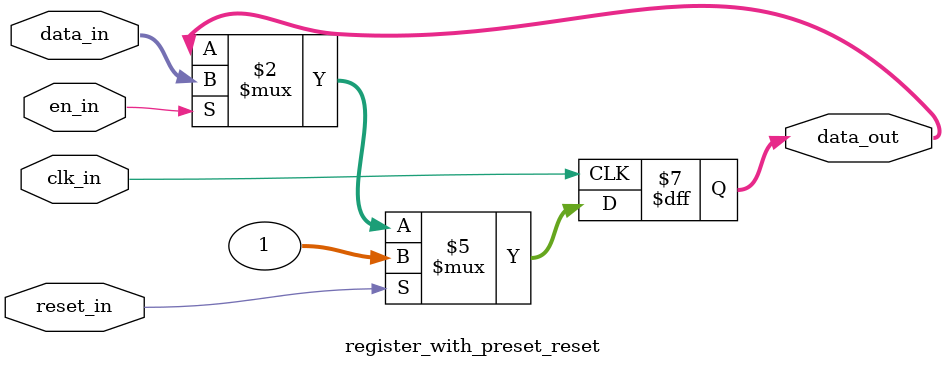
<source format=v>
`include "timescale.v" 

module register_with_preset_reset(
									 data_in,
									 clk_in,
									 reset_in,
									 en_in,
									 data_out
								  );
parameter BUS_WIDTH = 32;

input [BUS_WIDTH-1:0] data_in;
input clk_in;
input en_in;
input reset_in;
output [BUS_WIDTH-1:0] data_out;

reg [BUS_WIDTH-1:0] data_out;

always@(posedge clk_in)
begin
	if(reset_in)
	begin
		data_out <= 1;
	end
	else if(en_in)
	begin
		data_out <= data_in;
	end
end

endmodule

</source>
